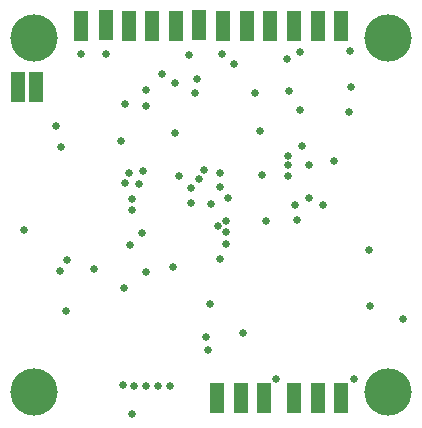
<source format=gbr>
G04 EAGLE Gerber RS-274X export*
G75*
%MOMM*%
%FSLAX34Y34*%
%LPD*%
%INSoldermask Bottom*%
%IPPOS*%
%AMOC8*
5,1,8,0,0,1.08239X$1,22.5*%
G01*
%ADD10C,4.000000*%
%ADD11R,1.270000X2.540000*%
%ADD12C,0.650000*%


D10*
X45000Y340000D03*
X345000Y340000D03*
X345000Y40000D03*
X45000Y40000D03*
D11*
X305000Y35000D03*
X205000Y350000D03*
X31000Y298000D03*
X245000Y350000D03*
X265000Y350000D03*
X105598Y350598D03*
X85000Y350000D03*
X240000Y35000D03*
X285000Y350000D03*
X225000Y350000D03*
X285000Y35000D03*
X47000Y298000D03*
X305000Y350000D03*
X184928Y350216D03*
X265000Y35000D03*
X125000Y350000D03*
X165000Y350000D03*
X200000Y35000D03*
X145000Y350000D03*
X220000Y35000D03*
D12*
X181000Y293000D03*
X259000Y322000D03*
X278000Y204000D03*
X164442Y301697D03*
X357762Y101497D03*
X231956Y293342D03*
X137488Y227358D03*
X312122Y328492D03*
X313543Y297945D03*
X241088Y184984D03*
X202672Y213266D03*
X298644Y235619D03*
X200520Y180557D03*
X67947Y247407D03*
X72312Y108689D03*
X127722Y21308D03*
X222000Y90000D03*
X120000Y46000D03*
X329000Y113000D03*
X140000Y296000D03*
X267731Y185157D03*
X260000Y240000D03*
X121000Y128000D03*
X126000Y164000D03*
X63592Y265425D03*
X36157Y176924D03*
X72865Y151964D03*
X237795Y223908D03*
X328918Y159799D03*
X289461Y198525D03*
X265509Y198143D03*
X272097Y248269D03*
X136626Y174646D03*
X190687Y86816D03*
X202647Y152698D03*
X118607Y252499D03*
X277500Y232500D03*
X207500Y165000D03*
X260000Y232500D03*
X207500Y185000D03*
X260000Y222500D03*
X207500Y175000D03*
X153000Y309000D03*
X236000Y261000D03*
X176000Y325000D03*
X316000Y51000D03*
X312000Y277000D03*
X261000Y295000D03*
X209000Y204000D03*
X214536Y317969D03*
X189000Y228000D03*
X204256Y325825D03*
X202228Y225314D03*
X194044Y114044D03*
X67000Y142000D03*
X195000Y199000D03*
X192060Y75542D03*
X130000Y45000D03*
X185000Y220000D03*
X140000Y45000D03*
X177500Y212500D03*
X150000Y45000D03*
X177464Y200000D03*
X160000Y45000D03*
X167488Y222500D03*
X122000Y284000D03*
X162476Y145612D03*
X95393Y144073D03*
X139402Y141197D03*
X183000Y305000D03*
X164000Y259000D03*
X250000Y51000D03*
X121988Y217000D03*
X125335Y225335D03*
X85000Y326000D03*
X133956Y216044D03*
X106000Y326000D03*
X270000Y328000D03*
X128000Y203000D03*
X270000Y279000D03*
X128000Y194000D03*
X140000Y282000D03*
M02*

</source>
